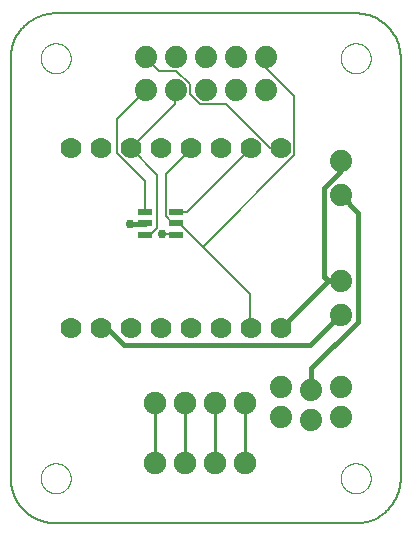
<source format=gbl>
G75*
%MOIN*%
%OFA0B0*%
%FSLAX25Y25*%
%IPPOS*%
%LPD*%
%AMOC8*
5,1,8,0,0,1.08239X$1,22.5*
%
%ADD10C,0.00600*%
%ADD11C,0.00000*%
%ADD12C,0.07000*%
%ADD13C,0.01000*%
%ADD14C,0.07480*%
%ADD15R,0.04724X0.02165*%
%ADD16C,0.07400*%
%ADD17C,0.01500*%
%ADD18C,0.02978*%
D10*
X0001300Y0016300D02*
X0001300Y0156300D01*
X0001304Y0156662D01*
X0001318Y0157025D01*
X0001339Y0157387D01*
X0001370Y0157748D01*
X0001409Y0158108D01*
X0001457Y0158467D01*
X0001514Y0158825D01*
X0001579Y0159182D01*
X0001653Y0159537D01*
X0001736Y0159890D01*
X0001827Y0160241D01*
X0001926Y0160589D01*
X0002034Y0160935D01*
X0002150Y0161279D01*
X0002275Y0161619D01*
X0002407Y0161956D01*
X0002548Y0162290D01*
X0002697Y0162621D01*
X0002854Y0162948D01*
X0003018Y0163271D01*
X0003190Y0163590D01*
X0003370Y0163904D01*
X0003558Y0164215D01*
X0003753Y0164520D01*
X0003955Y0164821D01*
X0004165Y0165117D01*
X0004381Y0165407D01*
X0004605Y0165693D01*
X0004835Y0165973D01*
X0005072Y0166247D01*
X0005316Y0166515D01*
X0005566Y0166778D01*
X0005822Y0167034D01*
X0006085Y0167284D01*
X0006353Y0167528D01*
X0006627Y0167765D01*
X0006907Y0167995D01*
X0007193Y0168219D01*
X0007483Y0168435D01*
X0007779Y0168645D01*
X0008080Y0168847D01*
X0008385Y0169042D01*
X0008696Y0169230D01*
X0009010Y0169410D01*
X0009329Y0169582D01*
X0009652Y0169746D01*
X0009979Y0169903D01*
X0010310Y0170052D01*
X0010644Y0170193D01*
X0010981Y0170325D01*
X0011321Y0170450D01*
X0011665Y0170566D01*
X0012011Y0170674D01*
X0012359Y0170773D01*
X0012710Y0170864D01*
X0013063Y0170947D01*
X0013418Y0171021D01*
X0013775Y0171086D01*
X0014133Y0171143D01*
X0014492Y0171191D01*
X0014852Y0171230D01*
X0015213Y0171261D01*
X0015575Y0171282D01*
X0015938Y0171296D01*
X0016300Y0171300D01*
X0116300Y0171300D01*
X0116662Y0171296D01*
X0117025Y0171282D01*
X0117387Y0171261D01*
X0117748Y0171230D01*
X0118108Y0171191D01*
X0118467Y0171143D01*
X0118825Y0171086D01*
X0119182Y0171021D01*
X0119537Y0170947D01*
X0119890Y0170864D01*
X0120241Y0170773D01*
X0120589Y0170674D01*
X0120935Y0170566D01*
X0121279Y0170450D01*
X0121619Y0170325D01*
X0121956Y0170193D01*
X0122290Y0170052D01*
X0122621Y0169903D01*
X0122948Y0169746D01*
X0123271Y0169582D01*
X0123590Y0169410D01*
X0123904Y0169230D01*
X0124215Y0169042D01*
X0124520Y0168847D01*
X0124821Y0168645D01*
X0125117Y0168435D01*
X0125407Y0168219D01*
X0125693Y0167995D01*
X0125973Y0167765D01*
X0126247Y0167528D01*
X0126515Y0167284D01*
X0126778Y0167034D01*
X0127034Y0166778D01*
X0127284Y0166515D01*
X0127528Y0166247D01*
X0127765Y0165973D01*
X0127995Y0165693D01*
X0128219Y0165407D01*
X0128435Y0165117D01*
X0128645Y0164821D01*
X0128847Y0164520D01*
X0129042Y0164215D01*
X0129230Y0163904D01*
X0129410Y0163590D01*
X0129582Y0163271D01*
X0129746Y0162948D01*
X0129903Y0162621D01*
X0130052Y0162290D01*
X0130193Y0161956D01*
X0130325Y0161619D01*
X0130450Y0161279D01*
X0130566Y0160935D01*
X0130674Y0160589D01*
X0130773Y0160241D01*
X0130864Y0159890D01*
X0130947Y0159537D01*
X0131021Y0159182D01*
X0131086Y0158825D01*
X0131143Y0158467D01*
X0131191Y0158108D01*
X0131230Y0157748D01*
X0131261Y0157387D01*
X0131282Y0157025D01*
X0131296Y0156662D01*
X0131300Y0156300D01*
X0131300Y0016300D01*
X0131296Y0015938D01*
X0131282Y0015575D01*
X0131261Y0015213D01*
X0131230Y0014852D01*
X0131191Y0014492D01*
X0131143Y0014133D01*
X0131086Y0013775D01*
X0131021Y0013418D01*
X0130947Y0013063D01*
X0130864Y0012710D01*
X0130773Y0012359D01*
X0130674Y0012011D01*
X0130566Y0011665D01*
X0130450Y0011321D01*
X0130325Y0010981D01*
X0130193Y0010644D01*
X0130052Y0010310D01*
X0129903Y0009979D01*
X0129746Y0009652D01*
X0129582Y0009329D01*
X0129410Y0009010D01*
X0129230Y0008696D01*
X0129042Y0008385D01*
X0128847Y0008080D01*
X0128645Y0007779D01*
X0128435Y0007483D01*
X0128219Y0007193D01*
X0127995Y0006907D01*
X0127765Y0006627D01*
X0127528Y0006353D01*
X0127284Y0006085D01*
X0127034Y0005822D01*
X0126778Y0005566D01*
X0126515Y0005316D01*
X0126247Y0005072D01*
X0125973Y0004835D01*
X0125693Y0004605D01*
X0125407Y0004381D01*
X0125117Y0004165D01*
X0124821Y0003955D01*
X0124520Y0003753D01*
X0124215Y0003558D01*
X0123904Y0003370D01*
X0123590Y0003190D01*
X0123271Y0003018D01*
X0122948Y0002854D01*
X0122621Y0002697D01*
X0122290Y0002548D01*
X0121956Y0002407D01*
X0121619Y0002275D01*
X0121279Y0002150D01*
X0120935Y0002034D01*
X0120589Y0001926D01*
X0120241Y0001827D01*
X0119890Y0001736D01*
X0119537Y0001653D01*
X0119182Y0001579D01*
X0118825Y0001514D01*
X0118467Y0001457D01*
X0118108Y0001409D01*
X0117748Y0001370D01*
X0117387Y0001339D01*
X0117025Y0001318D01*
X0116662Y0001304D01*
X0116300Y0001300D01*
X0016300Y0001300D01*
X0015938Y0001304D01*
X0015575Y0001318D01*
X0015213Y0001339D01*
X0014852Y0001370D01*
X0014492Y0001409D01*
X0014133Y0001457D01*
X0013775Y0001514D01*
X0013418Y0001579D01*
X0013063Y0001653D01*
X0012710Y0001736D01*
X0012359Y0001827D01*
X0012011Y0001926D01*
X0011665Y0002034D01*
X0011321Y0002150D01*
X0010981Y0002275D01*
X0010644Y0002407D01*
X0010310Y0002548D01*
X0009979Y0002697D01*
X0009652Y0002854D01*
X0009329Y0003018D01*
X0009010Y0003190D01*
X0008696Y0003370D01*
X0008385Y0003558D01*
X0008080Y0003753D01*
X0007779Y0003955D01*
X0007483Y0004165D01*
X0007193Y0004381D01*
X0006907Y0004605D01*
X0006627Y0004835D01*
X0006353Y0005072D01*
X0006085Y0005316D01*
X0005822Y0005566D01*
X0005566Y0005822D01*
X0005316Y0006085D01*
X0005072Y0006353D01*
X0004835Y0006627D01*
X0004605Y0006907D01*
X0004381Y0007193D01*
X0004165Y0007483D01*
X0003955Y0007779D01*
X0003753Y0008080D01*
X0003558Y0008385D01*
X0003370Y0008696D01*
X0003190Y0009010D01*
X0003018Y0009329D01*
X0002854Y0009652D01*
X0002697Y0009979D01*
X0002548Y0010310D01*
X0002407Y0010644D01*
X0002275Y0010981D01*
X0002150Y0011321D01*
X0002034Y0011665D01*
X0001926Y0012011D01*
X0001827Y0012359D01*
X0001736Y0012710D01*
X0001653Y0013063D01*
X0001579Y0013418D01*
X0001514Y0013775D01*
X0001457Y0014133D01*
X0001409Y0014492D01*
X0001370Y0014852D01*
X0001339Y0015213D01*
X0001318Y0015575D01*
X0001304Y0015938D01*
X0001300Y0016300D01*
X0046181Y0097560D02*
X0046300Y0097600D01*
X0048100Y0097600D01*
X0050200Y0099700D01*
X0050200Y0117400D01*
X0041300Y0126300D01*
X0041500Y0126400D01*
X0056200Y0141100D01*
X0056200Y0145600D01*
X0056300Y0145800D01*
X0061000Y0144400D02*
X0061000Y0147700D01*
X0056500Y0152200D01*
X0050800Y0152200D01*
X0046300Y0156700D01*
X0046300Y0156800D01*
X0046300Y0145800D02*
X0046300Y0145600D01*
X0036700Y0136000D01*
X0036700Y0124600D01*
X0046000Y0115300D01*
X0046000Y0105100D01*
X0046181Y0105040D01*
X0051700Y0097600D02*
X0056200Y0097600D01*
X0056419Y0097560D01*
X0056500Y0101200D02*
X0056419Y0101300D01*
X0056200Y0101500D01*
X0055000Y0101500D01*
X0052900Y0103600D01*
X0052900Y0117700D01*
X0061300Y0126100D01*
X0061300Y0126300D01*
X0064300Y0141100D02*
X0061000Y0144400D01*
X0064300Y0141100D02*
X0073000Y0141100D01*
X0087700Y0126400D01*
X0091300Y0126400D01*
X0091300Y0126300D01*
X0095800Y0124000D02*
X0065350Y0093550D01*
X0081100Y0077800D01*
X0081100Y0066400D01*
X0081300Y0066300D01*
X0065350Y0093550D02*
X0057700Y0101200D01*
X0056500Y0101200D01*
X0056419Y0105040D02*
X0056500Y0105100D01*
X0060100Y0105100D01*
X0081300Y0126300D01*
X0095800Y0124000D02*
X0095800Y0143800D01*
X0086500Y0153100D01*
X0086500Y0156700D01*
X0086300Y0156800D01*
D11*
X0111300Y0156300D02*
X0111302Y0156441D01*
X0111308Y0156582D01*
X0111318Y0156722D01*
X0111332Y0156862D01*
X0111350Y0157002D01*
X0111371Y0157141D01*
X0111397Y0157280D01*
X0111426Y0157418D01*
X0111460Y0157554D01*
X0111497Y0157690D01*
X0111538Y0157825D01*
X0111583Y0157959D01*
X0111632Y0158091D01*
X0111684Y0158222D01*
X0111740Y0158351D01*
X0111800Y0158478D01*
X0111863Y0158604D01*
X0111929Y0158728D01*
X0112000Y0158851D01*
X0112073Y0158971D01*
X0112150Y0159089D01*
X0112230Y0159205D01*
X0112314Y0159318D01*
X0112400Y0159429D01*
X0112490Y0159538D01*
X0112583Y0159644D01*
X0112678Y0159747D01*
X0112777Y0159848D01*
X0112878Y0159946D01*
X0112982Y0160041D01*
X0113089Y0160133D01*
X0113198Y0160222D01*
X0113310Y0160307D01*
X0113424Y0160390D01*
X0113540Y0160470D01*
X0113659Y0160546D01*
X0113780Y0160618D01*
X0113902Y0160688D01*
X0114027Y0160753D01*
X0114153Y0160816D01*
X0114281Y0160874D01*
X0114411Y0160929D01*
X0114542Y0160981D01*
X0114675Y0161028D01*
X0114809Y0161072D01*
X0114944Y0161113D01*
X0115080Y0161149D01*
X0115217Y0161181D01*
X0115355Y0161210D01*
X0115493Y0161235D01*
X0115633Y0161255D01*
X0115773Y0161272D01*
X0115913Y0161285D01*
X0116054Y0161294D01*
X0116194Y0161299D01*
X0116335Y0161300D01*
X0116476Y0161297D01*
X0116617Y0161290D01*
X0116757Y0161279D01*
X0116897Y0161264D01*
X0117037Y0161245D01*
X0117176Y0161223D01*
X0117314Y0161196D01*
X0117452Y0161166D01*
X0117588Y0161131D01*
X0117724Y0161093D01*
X0117858Y0161051D01*
X0117992Y0161005D01*
X0118124Y0160956D01*
X0118254Y0160902D01*
X0118383Y0160845D01*
X0118510Y0160785D01*
X0118636Y0160721D01*
X0118759Y0160653D01*
X0118881Y0160582D01*
X0119001Y0160508D01*
X0119118Y0160430D01*
X0119233Y0160349D01*
X0119346Y0160265D01*
X0119457Y0160178D01*
X0119565Y0160087D01*
X0119670Y0159994D01*
X0119773Y0159897D01*
X0119873Y0159798D01*
X0119970Y0159696D01*
X0120064Y0159591D01*
X0120155Y0159484D01*
X0120243Y0159374D01*
X0120328Y0159262D01*
X0120410Y0159147D01*
X0120489Y0159030D01*
X0120564Y0158911D01*
X0120636Y0158790D01*
X0120704Y0158667D01*
X0120769Y0158542D01*
X0120831Y0158415D01*
X0120888Y0158286D01*
X0120943Y0158156D01*
X0120993Y0158025D01*
X0121040Y0157892D01*
X0121083Y0157758D01*
X0121122Y0157622D01*
X0121157Y0157486D01*
X0121189Y0157349D01*
X0121216Y0157211D01*
X0121240Y0157072D01*
X0121260Y0156932D01*
X0121276Y0156792D01*
X0121288Y0156652D01*
X0121296Y0156511D01*
X0121300Y0156370D01*
X0121300Y0156230D01*
X0121296Y0156089D01*
X0121288Y0155948D01*
X0121276Y0155808D01*
X0121260Y0155668D01*
X0121240Y0155528D01*
X0121216Y0155389D01*
X0121189Y0155251D01*
X0121157Y0155114D01*
X0121122Y0154978D01*
X0121083Y0154842D01*
X0121040Y0154708D01*
X0120993Y0154575D01*
X0120943Y0154444D01*
X0120888Y0154314D01*
X0120831Y0154185D01*
X0120769Y0154058D01*
X0120704Y0153933D01*
X0120636Y0153810D01*
X0120564Y0153689D01*
X0120489Y0153570D01*
X0120410Y0153453D01*
X0120328Y0153338D01*
X0120243Y0153226D01*
X0120155Y0153116D01*
X0120064Y0153009D01*
X0119970Y0152904D01*
X0119873Y0152802D01*
X0119773Y0152703D01*
X0119670Y0152606D01*
X0119565Y0152513D01*
X0119457Y0152422D01*
X0119346Y0152335D01*
X0119233Y0152251D01*
X0119118Y0152170D01*
X0119001Y0152092D01*
X0118881Y0152018D01*
X0118759Y0151947D01*
X0118636Y0151879D01*
X0118510Y0151815D01*
X0118383Y0151755D01*
X0118254Y0151698D01*
X0118124Y0151644D01*
X0117992Y0151595D01*
X0117858Y0151549D01*
X0117724Y0151507D01*
X0117588Y0151469D01*
X0117452Y0151434D01*
X0117314Y0151404D01*
X0117176Y0151377D01*
X0117037Y0151355D01*
X0116897Y0151336D01*
X0116757Y0151321D01*
X0116617Y0151310D01*
X0116476Y0151303D01*
X0116335Y0151300D01*
X0116194Y0151301D01*
X0116054Y0151306D01*
X0115913Y0151315D01*
X0115773Y0151328D01*
X0115633Y0151345D01*
X0115493Y0151365D01*
X0115355Y0151390D01*
X0115217Y0151419D01*
X0115080Y0151451D01*
X0114944Y0151487D01*
X0114809Y0151528D01*
X0114675Y0151572D01*
X0114542Y0151619D01*
X0114411Y0151671D01*
X0114281Y0151726D01*
X0114153Y0151784D01*
X0114027Y0151847D01*
X0113902Y0151912D01*
X0113780Y0151982D01*
X0113659Y0152054D01*
X0113540Y0152130D01*
X0113424Y0152210D01*
X0113310Y0152293D01*
X0113198Y0152378D01*
X0113089Y0152467D01*
X0112982Y0152559D01*
X0112878Y0152654D01*
X0112777Y0152752D01*
X0112678Y0152853D01*
X0112583Y0152956D01*
X0112490Y0153062D01*
X0112400Y0153171D01*
X0112314Y0153282D01*
X0112230Y0153395D01*
X0112150Y0153511D01*
X0112073Y0153629D01*
X0112000Y0153749D01*
X0111929Y0153872D01*
X0111863Y0153996D01*
X0111800Y0154122D01*
X0111740Y0154249D01*
X0111684Y0154378D01*
X0111632Y0154509D01*
X0111583Y0154641D01*
X0111538Y0154775D01*
X0111497Y0154910D01*
X0111460Y0155046D01*
X0111426Y0155182D01*
X0111397Y0155320D01*
X0111371Y0155459D01*
X0111350Y0155598D01*
X0111332Y0155738D01*
X0111318Y0155878D01*
X0111308Y0156018D01*
X0111302Y0156159D01*
X0111300Y0156300D01*
X0011300Y0156300D02*
X0011302Y0156441D01*
X0011308Y0156582D01*
X0011318Y0156722D01*
X0011332Y0156862D01*
X0011350Y0157002D01*
X0011371Y0157141D01*
X0011397Y0157280D01*
X0011426Y0157418D01*
X0011460Y0157554D01*
X0011497Y0157690D01*
X0011538Y0157825D01*
X0011583Y0157959D01*
X0011632Y0158091D01*
X0011684Y0158222D01*
X0011740Y0158351D01*
X0011800Y0158478D01*
X0011863Y0158604D01*
X0011929Y0158728D01*
X0012000Y0158851D01*
X0012073Y0158971D01*
X0012150Y0159089D01*
X0012230Y0159205D01*
X0012314Y0159318D01*
X0012400Y0159429D01*
X0012490Y0159538D01*
X0012583Y0159644D01*
X0012678Y0159747D01*
X0012777Y0159848D01*
X0012878Y0159946D01*
X0012982Y0160041D01*
X0013089Y0160133D01*
X0013198Y0160222D01*
X0013310Y0160307D01*
X0013424Y0160390D01*
X0013540Y0160470D01*
X0013659Y0160546D01*
X0013780Y0160618D01*
X0013902Y0160688D01*
X0014027Y0160753D01*
X0014153Y0160816D01*
X0014281Y0160874D01*
X0014411Y0160929D01*
X0014542Y0160981D01*
X0014675Y0161028D01*
X0014809Y0161072D01*
X0014944Y0161113D01*
X0015080Y0161149D01*
X0015217Y0161181D01*
X0015355Y0161210D01*
X0015493Y0161235D01*
X0015633Y0161255D01*
X0015773Y0161272D01*
X0015913Y0161285D01*
X0016054Y0161294D01*
X0016194Y0161299D01*
X0016335Y0161300D01*
X0016476Y0161297D01*
X0016617Y0161290D01*
X0016757Y0161279D01*
X0016897Y0161264D01*
X0017037Y0161245D01*
X0017176Y0161223D01*
X0017314Y0161196D01*
X0017452Y0161166D01*
X0017588Y0161131D01*
X0017724Y0161093D01*
X0017858Y0161051D01*
X0017992Y0161005D01*
X0018124Y0160956D01*
X0018254Y0160902D01*
X0018383Y0160845D01*
X0018510Y0160785D01*
X0018636Y0160721D01*
X0018759Y0160653D01*
X0018881Y0160582D01*
X0019001Y0160508D01*
X0019118Y0160430D01*
X0019233Y0160349D01*
X0019346Y0160265D01*
X0019457Y0160178D01*
X0019565Y0160087D01*
X0019670Y0159994D01*
X0019773Y0159897D01*
X0019873Y0159798D01*
X0019970Y0159696D01*
X0020064Y0159591D01*
X0020155Y0159484D01*
X0020243Y0159374D01*
X0020328Y0159262D01*
X0020410Y0159147D01*
X0020489Y0159030D01*
X0020564Y0158911D01*
X0020636Y0158790D01*
X0020704Y0158667D01*
X0020769Y0158542D01*
X0020831Y0158415D01*
X0020888Y0158286D01*
X0020943Y0158156D01*
X0020993Y0158025D01*
X0021040Y0157892D01*
X0021083Y0157758D01*
X0021122Y0157622D01*
X0021157Y0157486D01*
X0021189Y0157349D01*
X0021216Y0157211D01*
X0021240Y0157072D01*
X0021260Y0156932D01*
X0021276Y0156792D01*
X0021288Y0156652D01*
X0021296Y0156511D01*
X0021300Y0156370D01*
X0021300Y0156230D01*
X0021296Y0156089D01*
X0021288Y0155948D01*
X0021276Y0155808D01*
X0021260Y0155668D01*
X0021240Y0155528D01*
X0021216Y0155389D01*
X0021189Y0155251D01*
X0021157Y0155114D01*
X0021122Y0154978D01*
X0021083Y0154842D01*
X0021040Y0154708D01*
X0020993Y0154575D01*
X0020943Y0154444D01*
X0020888Y0154314D01*
X0020831Y0154185D01*
X0020769Y0154058D01*
X0020704Y0153933D01*
X0020636Y0153810D01*
X0020564Y0153689D01*
X0020489Y0153570D01*
X0020410Y0153453D01*
X0020328Y0153338D01*
X0020243Y0153226D01*
X0020155Y0153116D01*
X0020064Y0153009D01*
X0019970Y0152904D01*
X0019873Y0152802D01*
X0019773Y0152703D01*
X0019670Y0152606D01*
X0019565Y0152513D01*
X0019457Y0152422D01*
X0019346Y0152335D01*
X0019233Y0152251D01*
X0019118Y0152170D01*
X0019001Y0152092D01*
X0018881Y0152018D01*
X0018759Y0151947D01*
X0018636Y0151879D01*
X0018510Y0151815D01*
X0018383Y0151755D01*
X0018254Y0151698D01*
X0018124Y0151644D01*
X0017992Y0151595D01*
X0017858Y0151549D01*
X0017724Y0151507D01*
X0017588Y0151469D01*
X0017452Y0151434D01*
X0017314Y0151404D01*
X0017176Y0151377D01*
X0017037Y0151355D01*
X0016897Y0151336D01*
X0016757Y0151321D01*
X0016617Y0151310D01*
X0016476Y0151303D01*
X0016335Y0151300D01*
X0016194Y0151301D01*
X0016054Y0151306D01*
X0015913Y0151315D01*
X0015773Y0151328D01*
X0015633Y0151345D01*
X0015493Y0151365D01*
X0015355Y0151390D01*
X0015217Y0151419D01*
X0015080Y0151451D01*
X0014944Y0151487D01*
X0014809Y0151528D01*
X0014675Y0151572D01*
X0014542Y0151619D01*
X0014411Y0151671D01*
X0014281Y0151726D01*
X0014153Y0151784D01*
X0014027Y0151847D01*
X0013902Y0151912D01*
X0013780Y0151982D01*
X0013659Y0152054D01*
X0013540Y0152130D01*
X0013424Y0152210D01*
X0013310Y0152293D01*
X0013198Y0152378D01*
X0013089Y0152467D01*
X0012982Y0152559D01*
X0012878Y0152654D01*
X0012777Y0152752D01*
X0012678Y0152853D01*
X0012583Y0152956D01*
X0012490Y0153062D01*
X0012400Y0153171D01*
X0012314Y0153282D01*
X0012230Y0153395D01*
X0012150Y0153511D01*
X0012073Y0153629D01*
X0012000Y0153749D01*
X0011929Y0153872D01*
X0011863Y0153996D01*
X0011800Y0154122D01*
X0011740Y0154249D01*
X0011684Y0154378D01*
X0011632Y0154509D01*
X0011583Y0154641D01*
X0011538Y0154775D01*
X0011497Y0154910D01*
X0011460Y0155046D01*
X0011426Y0155182D01*
X0011397Y0155320D01*
X0011371Y0155459D01*
X0011350Y0155598D01*
X0011332Y0155738D01*
X0011318Y0155878D01*
X0011308Y0156018D01*
X0011302Y0156159D01*
X0011300Y0156300D01*
X0011300Y0016300D02*
X0011302Y0016441D01*
X0011308Y0016582D01*
X0011318Y0016722D01*
X0011332Y0016862D01*
X0011350Y0017002D01*
X0011371Y0017141D01*
X0011397Y0017280D01*
X0011426Y0017418D01*
X0011460Y0017554D01*
X0011497Y0017690D01*
X0011538Y0017825D01*
X0011583Y0017959D01*
X0011632Y0018091D01*
X0011684Y0018222D01*
X0011740Y0018351D01*
X0011800Y0018478D01*
X0011863Y0018604D01*
X0011929Y0018728D01*
X0012000Y0018851D01*
X0012073Y0018971D01*
X0012150Y0019089D01*
X0012230Y0019205D01*
X0012314Y0019318D01*
X0012400Y0019429D01*
X0012490Y0019538D01*
X0012583Y0019644D01*
X0012678Y0019747D01*
X0012777Y0019848D01*
X0012878Y0019946D01*
X0012982Y0020041D01*
X0013089Y0020133D01*
X0013198Y0020222D01*
X0013310Y0020307D01*
X0013424Y0020390D01*
X0013540Y0020470D01*
X0013659Y0020546D01*
X0013780Y0020618D01*
X0013902Y0020688D01*
X0014027Y0020753D01*
X0014153Y0020816D01*
X0014281Y0020874D01*
X0014411Y0020929D01*
X0014542Y0020981D01*
X0014675Y0021028D01*
X0014809Y0021072D01*
X0014944Y0021113D01*
X0015080Y0021149D01*
X0015217Y0021181D01*
X0015355Y0021210D01*
X0015493Y0021235D01*
X0015633Y0021255D01*
X0015773Y0021272D01*
X0015913Y0021285D01*
X0016054Y0021294D01*
X0016194Y0021299D01*
X0016335Y0021300D01*
X0016476Y0021297D01*
X0016617Y0021290D01*
X0016757Y0021279D01*
X0016897Y0021264D01*
X0017037Y0021245D01*
X0017176Y0021223D01*
X0017314Y0021196D01*
X0017452Y0021166D01*
X0017588Y0021131D01*
X0017724Y0021093D01*
X0017858Y0021051D01*
X0017992Y0021005D01*
X0018124Y0020956D01*
X0018254Y0020902D01*
X0018383Y0020845D01*
X0018510Y0020785D01*
X0018636Y0020721D01*
X0018759Y0020653D01*
X0018881Y0020582D01*
X0019001Y0020508D01*
X0019118Y0020430D01*
X0019233Y0020349D01*
X0019346Y0020265D01*
X0019457Y0020178D01*
X0019565Y0020087D01*
X0019670Y0019994D01*
X0019773Y0019897D01*
X0019873Y0019798D01*
X0019970Y0019696D01*
X0020064Y0019591D01*
X0020155Y0019484D01*
X0020243Y0019374D01*
X0020328Y0019262D01*
X0020410Y0019147D01*
X0020489Y0019030D01*
X0020564Y0018911D01*
X0020636Y0018790D01*
X0020704Y0018667D01*
X0020769Y0018542D01*
X0020831Y0018415D01*
X0020888Y0018286D01*
X0020943Y0018156D01*
X0020993Y0018025D01*
X0021040Y0017892D01*
X0021083Y0017758D01*
X0021122Y0017622D01*
X0021157Y0017486D01*
X0021189Y0017349D01*
X0021216Y0017211D01*
X0021240Y0017072D01*
X0021260Y0016932D01*
X0021276Y0016792D01*
X0021288Y0016652D01*
X0021296Y0016511D01*
X0021300Y0016370D01*
X0021300Y0016230D01*
X0021296Y0016089D01*
X0021288Y0015948D01*
X0021276Y0015808D01*
X0021260Y0015668D01*
X0021240Y0015528D01*
X0021216Y0015389D01*
X0021189Y0015251D01*
X0021157Y0015114D01*
X0021122Y0014978D01*
X0021083Y0014842D01*
X0021040Y0014708D01*
X0020993Y0014575D01*
X0020943Y0014444D01*
X0020888Y0014314D01*
X0020831Y0014185D01*
X0020769Y0014058D01*
X0020704Y0013933D01*
X0020636Y0013810D01*
X0020564Y0013689D01*
X0020489Y0013570D01*
X0020410Y0013453D01*
X0020328Y0013338D01*
X0020243Y0013226D01*
X0020155Y0013116D01*
X0020064Y0013009D01*
X0019970Y0012904D01*
X0019873Y0012802D01*
X0019773Y0012703D01*
X0019670Y0012606D01*
X0019565Y0012513D01*
X0019457Y0012422D01*
X0019346Y0012335D01*
X0019233Y0012251D01*
X0019118Y0012170D01*
X0019001Y0012092D01*
X0018881Y0012018D01*
X0018759Y0011947D01*
X0018636Y0011879D01*
X0018510Y0011815D01*
X0018383Y0011755D01*
X0018254Y0011698D01*
X0018124Y0011644D01*
X0017992Y0011595D01*
X0017858Y0011549D01*
X0017724Y0011507D01*
X0017588Y0011469D01*
X0017452Y0011434D01*
X0017314Y0011404D01*
X0017176Y0011377D01*
X0017037Y0011355D01*
X0016897Y0011336D01*
X0016757Y0011321D01*
X0016617Y0011310D01*
X0016476Y0011303D01*
X0016335Y0011300D01*
X0016194Y0011301D01*
X0016054Y0011306D01*
X0015913Y0011315D01*
X0015773Y0011328D01*
X0015633Y0011345D01*
X0015493Y0011365D01*
X0015355Y0011390D01*
X0015217Y0011419D01*
X0015080Y0011451D01*
X0014944Y0011487D01*
X0014809Y0011528D01*
X0014675Y0011572D01*
X0014542Y0011619D01*
X0014411Y0011671D01*
X0014281Y0011726D01*
X0014153Y0011784D01*
X0014027Y0011847D01*
X0013902Y0011912D01*
X0013780Y0011982D01*
X0013659Y0012054D01*
X0013540Y0012130D01*
X0013424Y0012210D01*
X0013310Y0012293D01*
X0013198Y0012378D01*
X0013089Y0012467D01*
X0012982Y0012559D01*
X0012878Y0012654D01*
X0012777Y0012752D01*
X0012678Y0012853D01*
X0012583Y0012956D01*
X0012490Y0013062D01*
X0012400Y0013171D01*
X0012314Y0013282D01*
X0012230Y0013395D01*
X0012150Y0013511D01*
X0012073Y0013629D01*
X0012000Y0013749D01*
X0011929Y0013872D01*
X0011863Y0013996D01*
X0011800Y0014122D01*
X0011740Y0014249D01*
X0011684Y0014378D01*
X0011632Y0014509D01*
X0011583Y0014641D01*
X0011538Y0014775D01*
X0011497Y0014910D01*
X0011460Y0015046D01*
X0011426Y0015182D01*
X0011397Y0015320D01*
X0011371Y0015459D01*
X0011350Y0015598D01*
X0011332Y0015738D01*
X0011318Y0015878D01*
X0011308Y0016018D01*
X0011302Y0016159D01*
X0011300Y0016300D01*
X0111300Y0016300D02*
X0111302Y0016441D01*
X0111308Y0016582D01*
X0111318Y0016722D01*
X0111332Y0016862D01*
X0111350Y0017002D01*
X0111371Y0017141D01*
X0111397Y0017280D01*
X0111426Y0017418D01*
X0111460Y0017554D01*
X0111497Y0017690D01*
X0111538Y0017825D01*
X0111583Y0017959D01*
X0111632Y0018091D01*
X0111684Y0018222D01*
X0111740Y0018351D01*
X0111800Y0018478D01*
X0111863Y0018604D01*
X0111929Y0018728D01*
X0112000Y0018851D01*
X0112073Y0018971D01*
X0112150Y0019089D01*
X0112230Y0019205D01*
X0112314Y0019318D01*
X0112400Y0019429D01*
X0112490Y0019538D01*
X0112583Y0019644D01*
X0112678Y0019747D01*
X0112777Y0019848D01*
X0112878Y0019946D01*
X0112982Y0020041D01*
X0113089Y0020133D01*
X0113198Y0020222D01*
X0113310Y0020307D01*
X0113424Y0020390D01*
X0113540Y0020470D01*
X0113659Y0020546D01*
X0113780Y0020618D01*
X0113902Y0020688D01*
X0114027Y0020753D01*
X0114153Y0020816D01*
X0114281Y0020874D01*
X0114411Y0020929D01*
X0114542Y0020981D01*
X0114675Y0021028D01*
X0114809Y0021072D01*
X0114944Y0021113D01*
X0115080Y0021149D01*
X0115217Y0021181D01*
X0115355Y0021210D01*
X0115493Y0021235D01*
X0115633Y0021255D01*
X0115773Y0021272D01*
X0115913Y0021285D01*
X0116054Y0021294D01*
X0116194Y0021299D01*
X0116335Y0021300D01*
X0116476Y0021297D01*
X0116617Y0021290D01*
X0116757Y0021279D01*
X0116897Y0021264D01*
X0117037Y0021245D01*
X0117176Y0021223D01*
X0117314Y0021196D01*
X0117452Y0021166D01*
X0117588Y0021131D01*
X0117724Y0021093D01*
X0117858Y0021051D01*
X0117992Y0021005D01*
X0118124Y0020956D01*
X0118254Y0020902D01*
X0118383Y0020845D01*
X0118510Y0020785D01*
X0118636Y0020721D01*
X0118759Y0020653D01*
X0118881Y0020582D01*
X0119001Y0020508D01*
X0119118Y0020430D01*
X0119233Y0020349D01*
X0119346Y0020265D01*
X0119457Y0020178D01*
X0119565Y0020087D01*
X0119670Y0019994D01*
X0119773Y0019897D01*
X0119873Y0019798D01*
X0119970Y0019696D01*
X0120064Y0019591D01*
X0120155Y0019484D01*
X0120243Y0019374D01*
X0120328Y0019262D01*
X0120410Y0019147D01*
X0120489Y0019030D01*
X0120564Y0018911D01*
X0120636Y0018790D01*
X0120704Y0018667D01*
X0120769Y0018542D01*
X0120831Y0018415D01*
X0120888Y0018286D01*
X0120943Y0018156D01*
X0120993Y0018025D01*
X0121040Y0017892D01*
X0121083Y0017758D01*
X0121122Y0017622D01*
X0121157Y0017486D01*
X0121189Y0017349D01*
X0121216Y0017211D01*
X0121240Y0017072D01*
X0121260Y0016932D01*
X0121276Y0016792D01*
X0121288Y0016652D01*
X0121296Y0016511D01*
X0121300Y0016370D01*
X0121300Y0016230D01*
X0121296Y0016089D01*
X0121288Y0015948D01*
X0121276Y0015808D01*
X0121260Y0015668D01*
X0121240Y0015528D01*
X0121216Y0015389D01*
X0121189Y0015251D01*
X0121157Y0015114D01*
X0121122Y0014978D01*
X0121083Y0014842D01*
X0121040Y0014708D01*
X0120993Y0014575D01*
X0120943Y0014444D01*
X0120888Y0014314D01*
X0120831Y0014185D01*
X0120769Y0014058D01*
X0120704Y0013933D01*
X0120636Y0013810D01*
X0120564Y0013689D01*
X0120489Y0013570D01*
X0120410Y0013453D01*
X0120328Y0013338D01*
X0120243Y0013226D01*
X0120155Y0013116D01*
X0120064Y0013009D01*
X0119970Y0012904D01*
X0119873Y0012802D01*
X0119773Y0012703D01*
X0119670Y0012606D01*
X0119565Y0012513D01*
X0119457Y0012422D01*
X0119346Y0012335D01*
X0119233Y0012251D01*
X0119118Y0012170D01*
X0119001Y0012092D01*
X0118881Y0012018D01*
X0118759Y0011947D01*
X0118636Y0011879D01*
X0118510Y0011815D01*
X0118383Y0011755D01*
X0118254Y0011698D01*
X0118124Y0011644D01*
X0117992Y0011595D01*
X0117858Y0011549D01*
X0117724Y0011507D01*
X0117588Y0011469D01*
X0117452Y0011434D01*
X0117314Y0011404D01*
X0117176Y0011377D01*
X0117037Y0011355D01*
X0116897Y0011336D01*
X0116757Y0011321D01*
X0116617Y0011310D01*
X0116476Y0011303D01*
X0116335Y0011300D01*
X0116194Y0011301D01*
X0116054Y0011306D01*
X0115913Y0011315D01*
X0115773Y0011328D01*
X0115633Y0011345D01*
X0115493Y0011365D01*
X0115355Y0011390D01*
X0115217Y0011419D01*
X0115080Y0011451D01*
X0114944Y0011487D01*
X0114809Y0011528D01*
X0114675Y0011572D01*
X0114542Y0011619D01*
X0114411Y0011671D01*
X0114281Y0011726D01*
X0114153Y0011784D01*
X0114027Y0011847D01*
X0113902Y0011912D01*
X0113780Y0011982D01*
X0113659Y0012054D01*
X0113540Y0012130D01*
X0113424Y0012210D01*
X0113310Y0012293D01*
X0113198Y0012378D01*
X0113089Y0012467D01*
X0112982Y0012559D01*
X0112878Y0012654D01*
X0112777Y0012752D01*
X0112678Y0012853D01*
X0112583Y0012956D01*
X0112490Y0013062D01*
X0112400Y0013171D01*
X0112314Y0013282D01*
X0112230Y0013395D01*
X0112150Y0013511D01*
X0112073Y0013629D01*
X0112000Y0013749D01*
X0111929Y0013872D01*
X0111863Y0013996D01*
X0111800Y0014122D01*
X0111740Y0014249D01*
X0111684Y0014378D01*
X0111632Y0014509D01*
X0111583Y0014641D01*
X0111538Y0014775D01*
X0111497Y0014910D01*
X0111460Y0015046D01*
X0111426Y0015182D01*
X0111397Y0015320D01*
X0111371Y0015459D01*
X0111350Y0015598D01*
X0111332Y0015738D01*
X0111318Y0015878D01*
X0111308Y0016018D01*
X0111302Y0016159D01*
X0111300Y0016300D01*
D12*
X0091300Y0066300D03*
X0081300Y0066300D03*
X0071300Y0066300D03*
X0061300Y0066300D03*
X0051300Y0066300D03*
X0041300Y0066300D03*
X0031300Y0066300D03*
X0021300Y0066300D03*
X0021300Y0126300D03*
X0031300Y0126300D03*
X0041300Y0126300D03*
X0051300Y0126300D03*
X0061300Y0126300D03*
X0071300Y0126300D03*
X0081300Y0126300D03*
X0091300Y0126300D03*
D13*
X0079300Y0041300D02*
X0079300Y0021300D01*
X0069300Y0021300D02*
X0069300Y0041300D01*
X0059300Y0041300D02*
X0059300Y0021300D01*
X0049300Y0021300D02*
X0049300Y0041300D01*
D14*
X0049300Y0041300D03*
X0059300Y0041300D03*
X0069300Y0041300D03*
X0079300Y0041300D03*
X0079300Y0021300D03*
X0069300Y0021300D03*
X0059300Y0021300D03*
X0049300Y0021300D03*
D15*
X0046181Y0097560D03*
X0046181Y0101300D03*
X0046181Y0105040D03*
X0056419Y0105040D03*
X0056419Y0101300D03*
X0056419Y0097560D03*
D16*
X0056300Y0145800D03*
X0056300Y0156800D03*
X0046300Y0156800D03*
X0046300Y0145800D03*
X0066300Y0145800D03*
X0066300Y0156800D03*
X0076300Y0156800D03*
X0076300Y0145800D03*
X0086300Y0145800D03*
X0086300Y0156800D03*
X0111300Y0122000D03*
X0111300Y0110600D03*
X0111300Y0082000D03*
X0111300Y0070600D03*
X0111300Y0046800D03*
X0111300Y0036800D03*
X0101300Y0035800D03*
X0101300Y0045800D03*
X0091300Y0046800D03*
X0091300Y0036800D03*
D17*
X0101300Y0045800D02*
X0101500Y0046000D01*
X0101500Y0052900D01*
X0117100Y0068500D01*
X0117100Y0104800D01*
X0111300Y0110600D01*
X0105700Y0112900D02*
X0111100Y0118300D01*
X0111100Y0121900D01*
X0111300Y0122000D01*
X0105700Y0112900D02*
X0105700Y0083500D01*
X0106600Y0082600D01*
X0106900Y0082000D01*
X0091300Y0066400D01*
X0091300Y0066300D01*
X0101200Y0060700D02*
X0111100Y0070600D01*
X0111300Y0070600D01*
X0111300Y0082000D02*
X0106900Y0082000D01*
X0101200Y0060700D02*
X0039100Y0060700D01*
X0033700Y0066100D01*
X0031300Y0066100D01*
X0031300Y0066300D01*
X0041200Y0101200D02*
X0046000Y0101200D01*
X0046181Y0101300D01*
D18*
X0041200Y0101200D03*
X0051700Y0097600D03*
M02*

</source>
